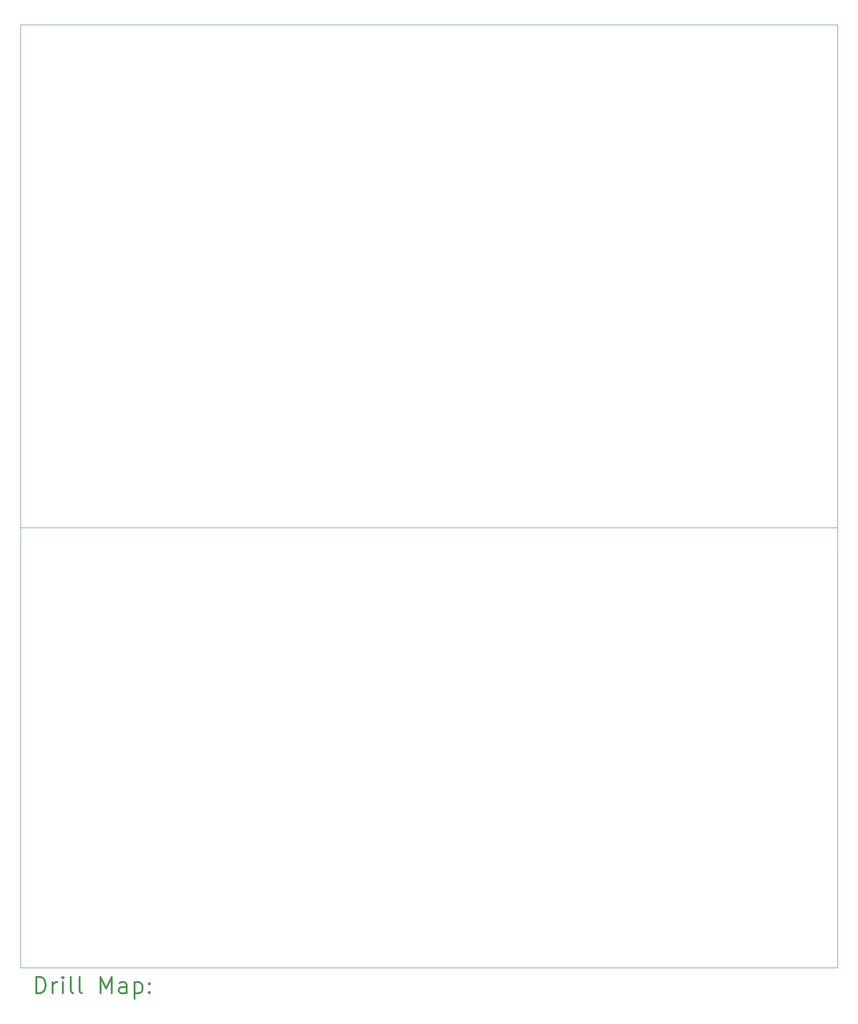
<source format=gbr>
%FSLAX45Y45*%
G04 Gerber Fmt 4.5, Leading zero omitted, Abs format (unit mm)*
G04 Created by KiCad (PCBNEW 5.1.7-a382d34a8~88~ubuntu18.04.1) date 2021-06-01 18:59:51*
%MOMM*%
%LPD*%
G01*
G04 APERTURE LIST*
%TA.AperFunction,Profile*%
%ADD10C,0.050000*%
%TD*%
%ADD11C,0.200000*%
%ADD12C,0.300000*%
G04 APERTURE END LIST*
D10*
X2311400Y-11049000D02*
X17170400Y-11049000D01*
X2311400Y-1905000D02*
X17170400Y-1905000D01*
X2311400Y-19050000D02*
X2311400Y-1905000D01*
X17170400Y-19050000D02*
X2311400Y-19050000D01*
X17170400Y-1905000D02*
X17170400Y-19050000D01*
D11*
D12*
X2595328Y-19518214D02*
X2595328Y-19218214D01*
X2666757Y-19218214D01*
X2709614Y-19232500D01*
X2738186Y-19261072D01*
X2752471Y-19289643D01*
X2766757Y-19346786D01*
X2766757Y-19389643D01*
X2752471Y-19446786D01*
X2738186Y-19475357D01*
X2709614Y-19503929D01*
X2666757Y-19518214D01*
X2595328Y-19518214D01*
X2895328Y-19518214D02*
X2895328Y-19318214D01*
X2895328Y-19375357D02*
X2909614Y-19346786D01*
X2923900Y-19332500D01*
X2952471Y-19318214D01*
X2981043Y-19318214D01*
X3081043Y-19518214D02*
X3081043Y-19318214D01*
X3081043Y-19218214D02*
X3066757Y-19232500D01*
X3081043Y-19246786D01*
X3095328Y-19232500D01*
X3081043Y-19218214D01*
X3081043Y-19246786D01*
X3266757Y-19518214D02*
X3238186Y-19503929D01*
X3223900Y-19475357D01*
X3223900Y-19218214D01*
X3423900Y-19518214D02*
X3395328Y-19503929D01*
X3381043Y-19475357D01*
X3381043Y-19218214D01*
X3766757Y-19518214D02*
X3766757Y-19218214D01*
X3866757Y-19432500D01*
X3966757Y-19218214D01*
X3966757Y-19518214D01*
X4238186Y-19518214D02*
X4238186Y-19361072D01*
X4223900Y-19332500D01*
X4195328Y-19318214D01*
X4138186Y-19318214D01*
X4109614Y-19332500D01*
X4238186Y-19503929D02*
X4209614Y-19518214D01*
X4138186Y-19518214D01*
X4109614Y-19503929D01*
X4095328Y-19475357D01*
X4095328Y-19446786D01*
X4109614Y-19418214D01*
X4138186Y-19403929D01*
X4209614Y-19403929D01*
X4238186Y-19389643D01*
X4381043Y-19318214D02*
X4381043Y-19618214D01*
X4381043Y-19332500D02*
X4409614Y-19318214D01*
X4466757Y-19318214D01*
X4495328Y-19332500D01*
X4509614Y-19346786D01*
X4523900Y-19375357D01*
X4523900Y-19461072D01*
X4509614Y-19489643D01*
X4495328Y-19503929D01*
X4466757Y-19518214D01*
X4409614Y-19518214D01*
X4381043Y-19503929D01*
X4652471Y-19489643D02*
X4666757Y-19503929D01*
X4652471Y-19518214D01*
X4638186Y-19503929D01*
X4652471Y-19489643D01*
X4652471Y-19518214D01*
X4652471Y-19332500D02*
X4666757Y-19346786D01*
X4652471Y-19361072D01*
X4638186Y-19346786D01*
X4652471Y-19332500D01*
X4652471Y-19361072D01*
M02*

</source>
